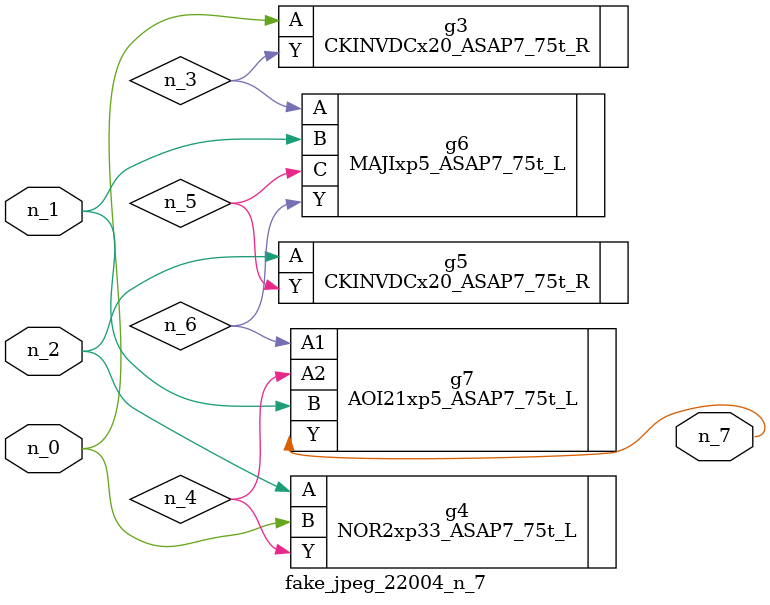
<source format=v>
module fake_jpeg_22004_n_7 (n_0, n_2, n_1, n_7);

input n_0;
input n_2;
input n_1;

output n_7;

wire n_3;
wire n_4;
wire n_6;
wire n_5;

CKINVDCx20_ASAP7_75t_R g3 ( 
.A(n_0),
.Y(n_3)
);

NOR2xp33_ASAP7_75t_L g4 ( 
.A(n_2),
.B(n_0),
.Y(n_4)
);

CKINVDCx20_ASAP7_75t_R g5 ( 
.A(n_2),
.Y(n_5)
);

MAJIxp5_ASAP7_75t_L g6 ( 
.A(n_3),
.B(n_1),
.C(n_5),
.Y(n_6)
);

AOI21xp5_ASAP7_75t_L g7 ( 
.A1(n_6),
.A2(n_4),
.B(n_1),
.Y(n_7)
);


endmodule
</source>
